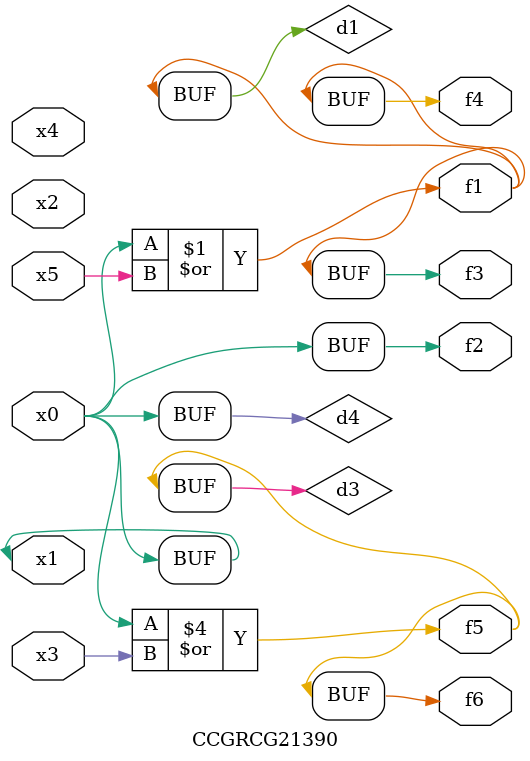
<source format=v>
module CCGRCG21390(
	input x0, x1, x2, x3, x4, x5,
	output f1, f2, f3, f4, f5, f6
);

	wire d1, d2, d3, d4;

	or (d1, x0, x5);
	xnor (d2, x1, x4);
	or (d3, x0, x3);
	buf (d4, x0, x1);
	assign f1 = d1;
	assign f2 = d4;
	assign f3 = d1;
	assign f4 = d1;
	assign f5 = d3;
	assign f6 = d3;
endmodule

</source>
